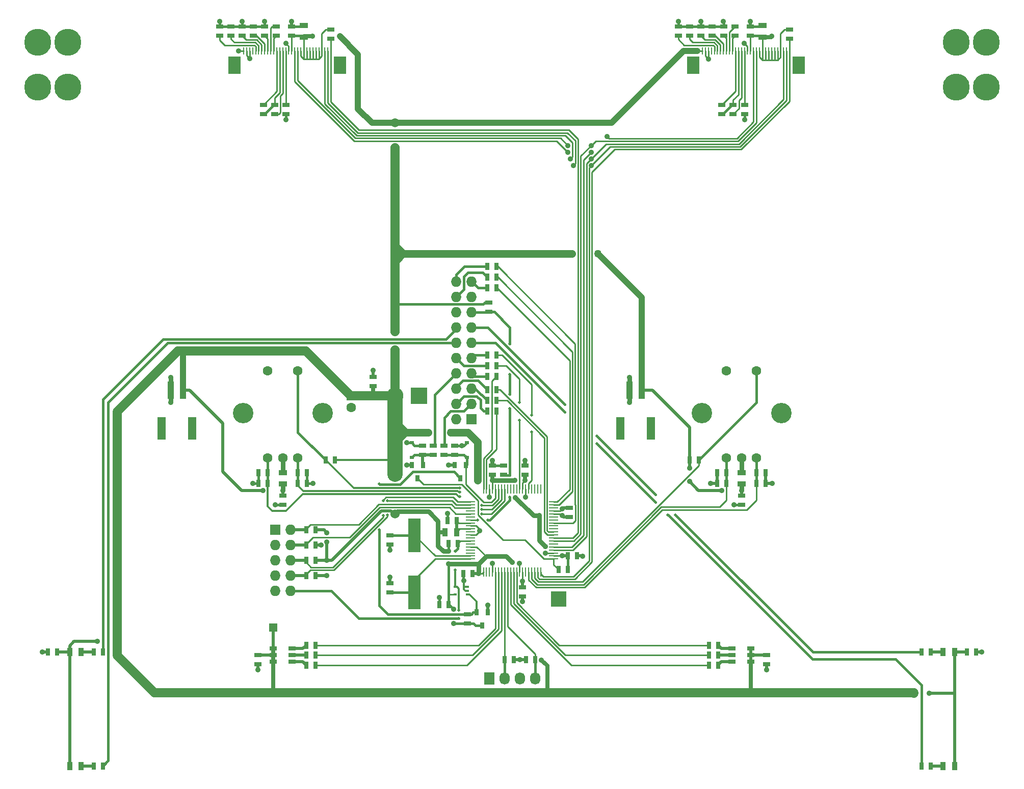
<source format=gtl>
%FSLAX34Y34*%
G04 Gerber Fmt 3.4, Leading zero omitted, Abs format*
G04 (created by PCBNEW (2014-03-19 BZR 4756)-product) date Ter 03 Jun 2014 10:46:04 BRT*
%MOIN*%
G01*
G70*
G90*
G04 APERTURE LIST*
%ADD10C,0.005906*%
%ADD11R,0.011417X0.049213*%
%ADD12R,0.078740X0.118110*%
%ADD13R,0.025000X0.045000*%
%ADD14R,0.062992X0.062992*%
%ADD15C,0.062992*%
%ADD16R,0.045000X0.025000*%
%ADD17R,0.027000X0.022000*%
%ADD18C,0.133858*%
%ADD19R,0.055000X0.035000*%
%ADD20R,0.035000X0.055000*%
%ADD21R,0.051181X0.027559*%
%ADD22R,0.068000X0.068000*%
%ADD23O,0.068000X0.068000*%
%ADD24R,0.110000X0.110000*%
%ADD25C,0.110000*%
%ADD26R,0.039370X0.112205*%
%ADD27R,0.055118X0.149606*%
%ADD28R,0.068000X0.080000*%
%ADD29O,0.068000X0.080000*%
%ADD30R,0.031500X0.039400*%
%ADD31R,0.059055X0.011024*%
%ADD32R,0.011024X0.059055*%
%ADD33R,0.020000X0.012000*%
%ADD34R,0.083000X0.220000*%
%ADD35R,0.098425X0.098425*%
%ADD36R,0.055118X0.055118*%
%ADD37C,0.177165*%
%ADD38C,0.060000*%
%ADD39C,0.050000*%
%ADD40C,0.035000*%
%ADD41C,0.100000*%
%ADD42C,0.020000*%
%ADD43C,0.025000*%
%ADD44C,0.015000*%
%ADD45C,0.030000*%
%ADD46C,0.050000*%
%ADD47C,0.060000*%
%ADD48C,0.020000*%
%ADD49C,0.040000*%
%ADD50C,0.010000*%
%ADD51C,0.100000*%
%ADD52C,0.012000*%
G04 APERTURE END LIST*
G54D10*
G54D11*
X50669Y-2165D03*
X50472Y-2165D03*
X50275Y-2165D03*
X50078Y-2165D03*
X49881Y-2165D03*
X49685Y-2165D03*
X49488Y-2165D03*
X49291Y-2165D03*
X49094Y-2165D03*
X48897Y-2165D03*
X48700Y-2165D03*
X48503Y-2165D03*
X48307Y-2165D03*
X48110Y-2165D03*
X47913Y-2165D03*
X47716Y-2165D03*
X47519Y-2165D03*
X47322Y-2165D03*
X47125Y-2165D03*
X46929Y-2165D03*
X46732Y-2165D03*
X46535Y-2165D03*
X46338Y-2165D03*
X46141Y-2165D03*
X45944Y-2165D03*
X45748Y-2165D03*
X45551Y-2165D03*
X45354Y-2165D03*
X45157Y-2165D03*
X44960Y-2165D03*
G54D12*
X51275Y-3080D03*
X44354Y-3080D03*
G54D11*
X20669Y-2165D03*
X20472Y-2165D03*
X20275Y-2165D03*
X20078Y-2165D03*
X19881Y-2165D03*
X19685Y-2165D03*
X19488Y-2165D03*
X19291Y-2165D03*
X19094Y-2165D03*
X18897Y-2165D03*
X18700Y-2165D03*
X18503Y-2165D03*
X18307Y-2165D03*
X18110Y-2165D03*
X17913Y-2165D03*
X17716Y-2165D03*
X17519Y-2165D03*
X17322Y-2165D03*
X17125Y-2165D03*
X16929Y-2165D03*
X16732Y-2165D03*
X16535Y-2165D03*
X16338Y-2165D03*
X16141Y-2165D03*
X15944Y-2165D03*
X15748Y-2165D03*
X15551Y-2165D03*
X15354Y-2165D03*
X15157Y-2165D03*
X14960Y-2165D03*
G54D12*
X21275Y-3080D03*
X14354Y-3080D03*
G54D13*
X62278Y-41507D03*
X62878Y-41507D03*
X2760Y-41507D03*
X2160Y-41507D03*
G54D14*
X21988Y-24714D03*
G54D15*
X21988Y-25501D03*
G54D16*
X13397Y-1166D03*
X13397Y-566D03*
X14133Y-1166D03*
X14133Y-566D03*
X14870Y-1166D03*
X14870Y-566D03*
X15606Y-1166D03*
X15606Y-566D03*
X16342Y-1166D03*
X16342Y-566D03*
X17720Y-5680D03*
X17720Y-6280D03*
X18110Y-1166D03*
X18110Y-566D03*
X17098Y-1166D03*
X17098Y-566D03*
X16248Y-6280D03*
X16248Y-5680D03*
X16984Y-5680D03*
X16984Y-6280D03*
X15885Y-41688D03*
X15885Y-42288D03*
X43395Y-1166D03*
X43395Y-566D03*
X44133Y-1166D03*
X44133Y-566D03*
X44872Y-1166D03*
X44872Y-566D03*
X45610Y-1166D03*
X45610Y-566D03*
X46348Y-1166D03*
X46348Y-566D03*
X47716Y-5680D03*
X47716Y-6280D03*
X48110Y-1166D03*
X48110Y-566D03*
X47096Y-1166D03*
X47096Y-566D03*
X46240Y-6284D03*
X46240Y-5684D03*
X46978Y-5684D03*
X46978Y-6284D03*
X49153Y-41688D03*
X49153Y-42288D03*
X17519Y-31264D03*
X17519Y-31864D03*
G54D13*
X18509Y-29744D03*
X19109Y-29744D03*
X16540Y-29744D03*
X15940Y-29744D03*
G54D16*
X47519Y-31264D03*
X47519Y-31864D03*
G54D13*
X48509Y-29763D03*
X49109Y-29763D03*
X46530Y-29744D03*
X45930Y-29744D03*
G54D16*
X24537Y-33853D03*
X24537Y-34453D03*
X24537Y-37583D03*
X24537Y-36983D03*
G54D13*
X28347Y-38385D03*
X27747Y-38385D03*
X29945Y-36348D03*
X29345Y-36348D03*
X36156Y-35206D03*
X36756Y-35206D03*
G54D16*
X36250Y-32652D03*
X36250Y-32052D03*
X31240Y-29906D03*
X31240Y-29306D03*
X31976Y-29906D03*
X31976Y-29306D03*
G54D13*
X28892Y-32893D03*
X28292Y-32893D03*
G54D16*
X33375Y-29906D03*
X33375Y-29306D03*
X33208Y-37249D03*
X33208Y-37849D03*
G54D17*
X29547Y-28763D03*
X29547Y-27803D03*
X25954Y-28757D03*
X25954Y-27797D03*
G54D15*
X18503Y-28807D03*
X18503Y-23098D03*
X16535Y-28807D03*
X16535Y-23098D03*
X17519Y-28807D03*
G54D18*
X20118Y-25854D03*
X14921Y-25854D03*
G54D15*
X48503Y-28807D03*
X48503Y-23098D03*
X46535Y-28807D03*
X46535Y-23098D03*
X47519Y-28807D03*
G54D18*
X50118Y-25854D03*
X44921Y-25854D03*
G54D19*
X17519Y-30493D03*
X17519Y-29743D03*
X47519Y-30493D03*
X47519Y-29743D03*
G54D20*
X28138Y-33641D03*
X28888Y-33641D03*
G54D21*
X18129Y-42122D03*
X18129Y-41688D03*
X18129Y-41255D03*
X16909Y-41255D03*
X16909Y-41688D03*
X16909Y-42122D03*
X46909Y-41255D03*
X46909Y-41688D03*
X46909Y-42122D03*
X48129Y-42122D03*
X48129Y-41688D03*
X48129Y-41255D03*
G54D22*
X29870Y-26242D03*
G54D23*
X28870Y-26242D03*
X29870Y-25242D03*
X28870Y-25242D03*
X29870Y-24242D03*
X28870Y-24242D03*
X29870Y-23242D03*
X28870Y-23242D03*
X29870Y-22242D03*
X28870Y-22242D03*
X29870Y-21242D03*
X28870Y-21242D03*
X29870Y-20242D03*
X28870Y-20242D03*
X29870Y-19242D03*
X28870Y-19242D03*
X29870Y-18242D03*
X28870Y-18242D03*
X29870Y-17242D03*
X28870Y-17242D03*
G54D24*
X26417Y-24724D03*
G54D25*
X24858Y-24724D03*
G54D26*
X10984Y-24348D03*
X10196Y-24348D03*
G54D27*
X11594Y-26858D03*
X9586Y-26858D03*
G54D26*
X40984Y-24348D03*
X40196Y-24348D03*
G54D27*
X41594Y-26858D03*
X39586Y-26858D03*
G54D28*
X31019Y-43228D03*
G54D29*
X32019Y-43228D03*
X33019Y-43228D03*
X34019Y-43228D03*
G54D22*
X17019Y-33501D03*
G54D23*
X18019Y-33501D03*
X17019Y-34501D03*
X18019Y-34501D03*
X17019Y-35501D03*
X18019Y-35501D03*
X17019Y-36501D03*
X18019Y-36501D03*
X17019Y-37501D03*
X18019Y-37501D03*
G54D30*
X29137Y-30127D03*
X28762Y-29261D03*
X29512Y-29261D03*
X26330Y-30129D03*
X25955Y-29263D03*
X26705Y-29263D03*
G54D16*
X28769Y-27977D03*
X28769Y-28577D03*
X28070Y-27977D03*
X28070Y-28577D03*
X26673Y-27977D03*
X26673Y-28577D03*
X27372Y-27977D03*
X27372Y-28577D03*
G54D13*
X5152Y-41507D03*
X5752Y-41507D03*
X5152Y-48952D03*
X5752Y-48952D03*
X59886Y-41507D03*
X59286Y-41507D03*
X59886Y-48952D03*
X59286Y-48952D03*
G54D16*
X20667Y-750D03*
X20667Y-1350D03*
G54D13*
X19050Y-41043D03*
X19650Y-41043D03*
X19050Y-41692D03*
X19650Y-41692D03*
X19050Y-42342D03*
X19650Y-42342D03*
G54D16*
X50669Y-750D03*
X50669Y-1350D03*
G54D13*
X45988Y-41043D03*
X45388Y-41043D03*
X45988Y-41692D03*
X45388Y-41692D03*
X45988Y-42342D03*
X45388Y-42342D03*
X18509Y-30452D03*
X19109Y-30452D03*
X20920Y-28927D03*
X20320Y-28927D03*
X16540Y-30462D03*
X15940Y-30462D03*
X32622Y-42007D03*
X32022Y-42007D03*
X33420Y-42007D03*
X34020Y-42007D03*
X48509Y-30462D03*
X49109Y-30462D03*
X44117Y-28929D03*
X44717Y-28929D03*
X46530Y-30462D03*
X45930Y-30462D03*
X28361Y-34389D03*
X28961Y-34389D03*
G54D16*
X29606Y-39620D03*
X29606Y-39020D03*
G54D13*
X36156Y-36102D03*
X35556Y-36102D03*
G54D16*
X31011Y-18640D03*
X31011Y-19240D03*
G54D13*
X19660Y-34507D03*
X19060Y-34507D03*
X19660Y-33503D03*
X19060Y-33503D03*
X19660Y-35501D03*
X19060Y-35501D03*
X19660Y-36505D03*
X19060Y-36505D03*
G54D31*
X29803Y-31663D03*
X29803Y-31860D03*
X29803Y-32057D03*
X29803Y-32253D03*
X29803Y-32450D03*
X29803Y-32647D03*
X29803Y-32844D03*
X29803Y-33041D03*
X29803Y-33238D03*
X29803Y-33435D03*
X29803Y-33631D03*
X29803Y-33828D03*
X29803Y-34025D03*
X29803Y-34222D03*
X29803Y-34419D03*
X29803Y-34616D03*
X29803Y-34812D03*
X29803Y-35009D03*
X29803Y-35206D03*
X29803Y-35403D03*
G54D32*
X30649Y-36250D03*
X30846Y-36250D03*
X31043Y-36250D03*
X31240Y-36250D03*
X31437Y-36250D03*
X31633Y-36250D03*
X31830Y-36250D03*
X32027Y-36250D03*
X32224Y-36250D03*
X32421Y-36250D03*
X32618Y-36250D03*
X32814Y-36250D03*
X33011Y-36250D03*
X33208Y-36250D03*
X33405Y-36250D03*
X33602Y-36250D03*
X33799Y-36250D03*
X33996Y-36250D03*
X34192Y-36250D03*
X34389Y-36250D03*
G54D31*
X35236Y-35403D03*
X35236Y-35206D03*
X35236Y-35009D03*
X35236Y-34812D03*
X35236Y-34616D03*
X35236Y-34419D03*
X35236Y-34222D03*
X35236Y-34025D03*
X35236Y-33828D03*
X35236Y-33631D03*
X35236Y-33435D03*
X35236Y-33238D03*
X35236Y-33041D03*
X35236Y-32844D03*
X35236Y-32647D03*
X35236Y-32450D03*
X35236Y-32253D03*
X35236Y-32057D03*
X35236Y-31860D03*
X35236Y-31663D03*
G54D32*
X34389Y-30816D03*
X34192Y-30816D03*
X33996Y-30816D03*
X33799Y-30816D03*
X33602Y-30816D03*
X33405Y-30816D03*
X33208Y-30816D03*
X33011Y-30816D03*
X32814Y-30816D03*
X32618Y-30816D03*
X32421Y-30816D03*
X32224Y-30816D03*
X32027Y-30816D03*
X31830Y-30816D03*
X31633Y-30816D03*
X31437Y-30816D03*
X31240Y-30816D03*
X31043Y-30816D03*
X30846Y-30816D03*
X30649Y-30816D03*
G54D30*
X30561Y-39753D03*
X30186Y-38887D03*
X30936Y-38887D03*
G54D33*
X29602Y-37740D03*
X29602Y-37240D03*
X28802Y-37740D03*
X29602Y-37490D03*
X28802Y-37240D03*
G54D34*
X26137Y-37590D03*
X26137Y-33850D03*
G54D20*
X3581Y-41507D03*
X4331Y-41507D03*
X3581Y-48952D03*
X4331Y-48952D03*
X61457Y-41507D03*
X60707Y-41507D03*
X61457Y-48952D03*
X60707Y-48952D03*
G54D16*
X23435Y-23479D03*
X23435Y-24079D03*
G54D13*
X31510Y-22047D03*
X30910Y-22047D03*
X31510Y-22746D03*
X30910Y-22746D03*
X31510Y-24340D03*
X30910Y-24340D03*
X31510Y-25039D03*
X30910Y-25039D03*
X31510Y-25738D03*
X30910Y-25738D03*
X31510Y-23444D03*
X30910Y-23444D03*
X31510Y-16968D03*
X30910Y-16968D03*
X31510Y-17667D03*
X30910Y-17667D03*
X31510Y-16269D03*
X30910Y-16269D03*
G54D35*
X35551Y-38031D03*
G54D36*
X16901Y-39889D03*
G54D19*
X18897Y-1241D03*
X18897Y-491D03*
X48897Y-1241D03*
X48897Y-491D03*
G54D37*
X3480Y-4527D03*
X3480Y-1574D03*
X1511Y-4527D03*
X1511Y-1574D03*
X63527Y-4527D03*
X63527Y-1574D03*
X61559Y-4527D03*
X61559Y-1574D03*
G54D38*
X24858Y-21720D03*
X24858Y-20535D03*
G54D39*
X38133Y-15440D03*
X36437Y-15440D03*
G54D40*
X16220Y-30913D03*
X17519Y-30915D03*
X21252Y-1192D03*
G54D38*
X24858Y-6870D03*
X24858Y-8492D03*
G54D40*
X28696Y-39614D03*
X28692Y-38685D03*
G54D39*
X27023Y-27133D03*
X30248Y-30263D03*
G54D40*
X31240Y-30265D03*
G54D39*
X28511Y-27133D03*
G54D40*
X44645Y-2165D03*
X49508Y-1192D03*
G54D38*
X24852Y-32460D03*
G54D41*
X24852Y-29862D03*
G54D40*
X19474Y-1192D03*
X14645Y-2165D03*
X44118Y-29464D03*
X44118Y-30338D03*
X46220Y-30917D03*
X47519Y-30915D03*
X28356Y-35718D03*
X28356Y-34891D03*
X33208Y-36870D03*
X32539Y-35629D03*
X30334Y-36348D03*
X32696Y-30255D03*
X33375Y-30255D03*
X20403Y-35501D03*
X20403Y-36505D03*
X59807Y-44177D03*
X58795Y-44177D03*
X34444Y-42035D03*
X33021Y-42007D03*
X34302Y-32570D03*
X32729Y-31374D03*
X35797Y-32568D03*
X34683Y-34579D03*
X35797Y-35206D03*
X20401Y-33682D03*
X20397Y-34306D03*
X5393Y-40807D03*
X6699Y-40808D03*
X37114Y-35208D03*
X27748Y-37933D03*
X30413Y-33553D03*
X29220Y-27980D03*
X25614Y-27799D03*
X25614Y-29267D03*
X28291Y-32440D03*
X48110Y-216D03*
X18110Y-216D03*
X13397Y-212D03*
X14870Y-212D03*
X16342Y-212D03*
X43393Y-212D03*
X44870Y-212D03*
X46346Y-216D03*
X30935Y-38425D03*
X29350Y-36830D03*
X45354Y-2677D03*
X47706Y-1653D03*
X17726Y-6663D03*
X47716Y-6663D03*
X17716Y-1653D03*
X15354Y-2669D03*
X63238Y-41505D03*
X1801Y-41505D03*
X19488Y-30452D03*
X15561Y-30462D03*
X17037Y-31860D03*
X47037Y-31870D03*
X45501Y-30462D03*
X49537Y-30462D03*
X28350Y-29261D03*
X31240Y-35688D03*
X33011Y-35688D03*
X33208Y-38198D03*
X34685Y-35009D03*
X35797Y-32135D03*
X31240Y-28956D03*
X33375Y-28956D03*
X33405Y-31368D03*
X31043Y-31368D03*
X23435Y-23051D03*
X40196Y-25167D03*
X40196Y-23533D03*
X10196Y-23523D03*
X10196Y-25167D03*
X24537Y-36604D03*
X24537Y-34832D03*
X49153Y-42667D03*
X15885Y-42667D03*
X20015Y-34507D03*
G54D42*
X29092Y-31033D03*
X30536Y-32160D03*
X30536Y-32441D03*
X29092Y-31314D03*
X32362Y-21311D03*
X32362Y-24633D03*
X30937Y-32842D03*
X30279Y-32842D03*
X32362Y-31370D03*
X32362Y-29929D03*
X32362Y-25543D03*
X32362Y-23311D03*
X30536Y-31879D03*
X29092Y-30752D03*
G54D40*
X36161Y-8799D03*
X37692Y-8795D03*
X38732Y-7755D03*
X37696Y-8354D03*
X36161Y-8346D03*
X37692Y-9228D03*
X36346Y-9228D03*
X36523Y-9661D03*
X37694Y-9662D03*
G54D42*
X43198Y-32509D03*
X41889Y-31200D03*
X38053Y-27364D03*
X35974Y-25285D03*
X42706Y-32509D03*
X41889Y-31692D03*
X38053Y-27856D03*
X35974Y-25777D03*
X24082Y-31606D03*
X24082Y-32543D03*
X24366Y-32539D03*
X24366Y-31606D03*
X29043Y-39279D03*
X29043Y-38759D03*
X28799Y-34891D03*
X28799Y-36131D03*
X23826Y-33496D03*
X23826Y-30507D03*
X33809Y-25974D03*
X33809Y-27106D03*
X33011Y-25157D03*
X33011Y-26309D03*
G54D43*
X28138Y-33641D02*
X27669Y-33641D01*
X27728Y-33633D02*
X27669Y-33633D01*
X27677Y-33633D02*
X27728Y-33633D01*
X27669Y-33641D02*
X27677Y-33633D01*
G54D44*
X28361Y-34389D02*
X28361Y-34886D01*
X28361Y-34886D02*
X28356Y-34891D01*
G54D45*
X25005Y-32307D02*
X27059Y-32307D01*
X24852Y-32460D02*
X25005Y-32307D01*
X27669Y-32917D02*
X27669Y-33633D01*
X27059Y-32307D02*
X27669Y-32917D01*
X27669Y-33633D02*
X27669Y-34543D01*
X28017Y-34891D02*
X28356Y-34891D01*
X27669Y-34543D02*
X28017Y-34891D01*
G54D44*
X30633Y-18740D02*
X24913Y-18740D01*
X30733Y-18640D02*
X30633Y-18740D01*
X31011Y-18640D02*
X30733Y-18640D01*
X24913Y-18740D02*
X24858Y-18685D01*
G54D46*
X25366Y-15440D02*
X24858Y-15948D01*
X24862Y-15984D02*
X24858Y-15984D01*
X24858Y-15980D02*
X24862Y-15984D01*
X24858Y-15948D02*
X24858Y-15980D01*
X25366Y-15440D02*
X25366Y-15389D01*
X25366Y-15389D02*
X24858Y-14881D01*
G54D47*
X24858Y-15374D02*
X24858Y-15984D01*
X24858Y-15984D02*
X24858Y-18685D01*
X24858Y-18685D02*
X24858Y-20535D01*
X24858Y-21720D02*
X24858Y-21720D01*
X24858Y-21720D02*
X24858Y-24724D01*
G54D46*
X25555Y-27133D02*
X25527Y-27133D01*
X25527Y-27133D02*
X24858Y-27803D01*
X25555Y-27133D02*
X24858Y-26437D01*
X25283Y-26858D02*
X24858Y-26858D01*
X24862Y-26437D02*
X25283Y-26858D01*
X24858Y-26437D02*
X24862Y-26437D01*
G54D48*
X24606Y-32257D02*
X23966Y-32257D01*
X24809Y-32460D02*
X24606Y-32257D01*
X24852Y-32460D02*
X24809Y-32460D01*
X20722Y-35501D02*
X20403Y-35501D01*
X23966Y-32257D02*
X20722Y-35501D01*
G54D49*
X40984Y-24348D02*
X40984Y-18291D01*
X40984Y-18291D02*
X38133Y-15440D01*
X24925Y-15440D02*
X24858Y-15374D01*
G54D46*
X36437Y-15440D02*
X25366Y-15440D01*
X25366Y-15440D02*
X25334Y-15440D01*
X25334Y-15440D02*
X24925Y-15440D01*
G54D48*
X10984Y-24348D02*
X11419Y-24348D01*
X11419Y-24348D02*
X13602Y-26531D01*
X13602Y-26531D02*
X13602Y-29688D01*
X13602Y-29688D02*
X14826Y-30913D01*
X14826Y-30913D02*
X16220Y-30913D01*
G54D49*
X24858Y-6870D02*
X39019Y-6870D01*
X43724Y-2165D02*
X44645Y-2165D01*
X39019Y-6870D02*
X43724Y-2165D01*
X24858Y-6870D02*
X23354Y-6870D01*
G54D47*
X24858Y-14881D02*
X24858Y-8492D01*
X24858Y-15374D02*
X24858Y-14881D01*
G54D49*
X22444Y-2384D02*
X21252Y-1192D01*
X22444Y-5960D02*
X22444Y-2384D01*
X23354Y-6870D02*
X22444Y-5960D01*
G54D44*
X28347Y-38385D02*
X28393Y-38385D01*
X28393Y-38385D02*
X28692Y-38685D01*
X28703Y-39620D02*
X29606Y-39620D01*
X28696Y-39614D02*
X28703Y-39620D01*
X28356Y-37661D02*
X28356Y-38376D01*
X28356Y-38376D02*
X28347Y-38385D01*
G54D50*
X28802Y-37740D02*
X28370Y-37740D01*
X28370Y-37740D02*
X28356Y-37726D01*
G54D44*
X28356Y-35718D02*
X28356Y-37661D01*
X28356Y-37661D02*
X28356Y-37726D01*
G54D46*
X27023Y-27133D02*
X25555Y-27133D01*
X25555Y-27133D02*
X25003Y-27133D01*
X30248Y-30263D02*
X30248Y-27744D01*
X29637Y-27133D02*
X28511Y-27133D01*
X30248Y-27744D02*
X29637Y-27133D01*
X25003Y-27133D02*
X24858Y-26988D01*
G54D51*
X24858Y-24724D02*
X24858Y-26858D01*
X24858Y-26858D02*
X24858Y-26988D01*
X24858Y-26988D02*
X24858Y-27803D01*
X24858Y-27803D02*
X24858Y-28992D01*
G54D43*
X48897Y-1241D02*
X49458Y-1241D01*
X49458Y-1241D02*
X49508Y-1192D01*
G54D50*
X44960Y-2165D02*
X44645Y-2165D01*
X48110Y-2165D02*
X48110Y-1166D01*
G54D45*
X28138Y-33641D02*
X28138Y-33607D01*
G54D51*
X24858Y-29856D02*
X24858Y-28992D01*
X24858Y-29856D02*
X24852Y-29862D01*
G54D50*
X20667Y-750D02*
X20339Y-750D01*
X20078Y-1010D02*
X20078Y-2165D01*
X20339Y-750D02*
X20078Y-1010D01*
X50669Y-750D02*
X50341Y-750D01*
X50078Y-1012D02*
X50078Y-2165D01*
X50341Y-750D02*
X50078Y-1012D01*
X50078Y-2165D02*
X50078Y-2549D01*
X50078Y-2549D02*
X49881Y-2746D01*
X48897Y-2165D02*
X48897Y-1241D01*
G54D43*
X19474Y-1192D02*
X18946Y-1192D01*
X18946Y-1192D02*
X18897Y-1241D01*
G54D50*
X14960Y-2165D02*
X14645Y-2165D01*
X18897Y-2165D02*
X18897Y-1241D01*
G54D44*
X48110Y-1166D02*
X48822Y-1166D01*
X48822Y-1166D02*
X48897Y-1241D01*
X18110Y-1166D02*
X18822Y-1166D01*
X18822Y-1166D02*
X18897Y-1241D01*
G54D50*
X18110Y-2165D02*
X18110Y-1166D01*
G54D48*
X46220Y-30917D02*
X44696Y-30917D01*
G54D44*
X44117Y-29463D02*
X44118Y-29464D01*
G54D48*
X44117Y-28929D02*
X44117Y-29463D01*
X44696Y-30917D02*
X44118Y-30338D01*
X44117Y-28929D02*
X44117Y-26782D01*
X41683Y-24348D02*
X40984Y-24348D01*
X44117Y-26782D02*
X41683Y-24348D01*
G54D44*
X29606Y-39620D02*
X29985Y-39620D01*
X30118Y-39753D02*
X30561Y-39753D01*
X29985Y-39620D02*
X30118Y-39753D01*
G54D43*
X16909Y-41688D02*
X16909Y-42122D01*
X16909Y-41255D02*
X16909Y-41688D01*
X16909Y-41348D02*
X16909Y-41255D01*
G54D52*
X20920Y-28927D02*
X24793Y-28927D01*
X24793Y-28927D02*
X24858Y-28992D01*
G54D50*
X49094Y-2165D02*
X49094Y-2746D01*
X49084Y-2726D02*
X49084Y-2746D01*
X49084Y-2736D02*
X49084Y-2726D01*
X49094Y-2746D02*
X49084Y-2736D01*
X49291Y-2165D02*
X49291Y-2746D01*
X49488Y-2165D02*
X49488Y-2746D01*
X49488Y-2746D02*
X49488Y-2736D01*
X49488Y-2736D02*
X49488Y-2746D01*
X49685Y-2165D02*
X49685Y-2716D01*
X49685Y-2716D02*
X49655Y-2746D01*
X49881Y-2165D02*
X49881Y-2746D01*
X48897Y-2165D02*
X48897Y-2736D01*
X48897Y-2736D02*
X48887Y-2746D01*
X48700Y-2559D02*
X48700Y-2165D01*
X48887Y-2746D02*
X48700Y-2559D01*
X49881Y-2746D02*
X49655Y-2746D01*
X49655Y-2746D02*
X49488Y-2746D01*
X49488Y-2746D02*
X49291Y-2746D01*
X49291Y-2746D02*
X49084Y-2746D01*
X49084Y-2746D02*
X48887Y-2746D01*
X20078Y-2165D02*
X20078Y-2488D01*
X20078Y-2488D02*
X19874Y-2692D01*
X19618Y-2692D02*
X19874Y-2692D01*
X19881Y-2685D02*
X19881Y-2165D01*
X19874Y-2692D02*
X19881Y-2685D01*
X19692Y-2685D02*
X19685Y-2692D01*
X18700Y-2165D02*
X18700Y-2496D01*
X18700Y-2496D02*
X18897Y-2692D01*
X18897Y-2165D02*
X18897Y-2692D01*
X19094Y-2165D02*
X19094Y-2688D01*
X19094Y-2688D02*
X19090Y-2692D01*
X19291Y-2165D02*
X19291Y-2692D01*
X19291Y-2692D02*
X19291Y-2688D01*
X19291Y-2688D02*
X19291Y-2692D01*
X19488Y-2165D02*
X19488Y-2692D01*
X19492Y-2677D02*
X19492Y-2692D01*
X19492Y-2688D02*
X19492Y-2677D01*
X19488Y-2692D02*
X19492Y-2688D01*
X19685Y-2165D02*
X19685Y-2692D01*
X19685Y-2692D02*
X19685Y-2681D01*
X19685Y-2681D02*
X19685Y-2692D01*
X18897Y-2692D02*
X19090Y-2692D01*
X19090Y-2692D02*
X19291Y-2692D01*
X19291Y-2692D02*
X19492Y-2692D01*
X19492Y-2692D02*
X19618Y-2692D01*
X19618Y-2692D02*
X19685Y-2692D01*
G54D48*
X28070Y-33709D02*
X28138Y-33641D01*
G54D45*
X28356Y-35718D02*
X30334Y-35718D01*
G54D48*
X28356Y-34394D02*
X28361Y-34389D01*
G54D50*
X29803Y-34616D02*
X30196Y-34616D01*
X30196Y-34616D02*
X30816Y-35236D01*
G54D45*
X30334Y-35718D02*
X30816Y-35236D01*
X30816Y-35236D02*
X32145Y-35236D01*
X32145Y-35236D02*
X32539Y-35629D01*
X30334Y-36348D02*
X30334Y-35718D01*
G54D50*
X31240Y-30265D02*
X31240Y-30816D01*
G54D43*
X31240Y-29906D02*
X31240Y-30265D01*
G54D45*
X32687Y-30265D02*
X31240Y-30265D01*
X32696Y-30255D02*
X32687Y-30265D01*
G54D48*
X33420Y-42007D02*
X33021Y-42007D01*
X33021Y-42007D02*
X32622Y-42007D01*
G54D45*
X17519Y-30493D02*
X17519Y-30915D01*
G54D48*
X17519Y-30915D02*
X17519Y-31264D01*
X47519Y-31264D02*
X47519Y-30915D01*
G54D45*
X47519Y-30915D02*
X47519Y-30493D01*
G54D44*
X36156Y-36102D02*
X36156Y-35207D01*
X36156Y-35207D02*
X36156Y-35206D01*
G54D48*
X36156Y-36101D02*
X36156Y-36102D01*
X29945Y-36348D02*
X30334Y-36348D01*
G54D50*
X30551Y-36348D02*
X30649Y-36250D01*
X30334Y-36348D02*
X30551Y-36348D01*
X33208Y-36250D02*
X33208Y-36870D01*
G54D48*
X33208Y-36870D02*
X33208Y-37249D01*
G54D50*
X35236Y-35206D02*
X35797Y-35206D01*
G54D48*
X35797Y-35206D02*
X36156Y-35206D01*
X36250Y-32652D02*
X35880Y-32652D01*
X35880Y-32652D02*
X35797Y-32568D01*
G54D50*
X35679Y-32450D02*
X35797Y-32568D01*
X35679Y-32450D02*
X35236Y-32450D01*
G54D43*
X33375Y-29906D02*
X33375Y-30255D01*
G54D50*
X33208Y-30423D02*
X33375Y-30255D01*
X33208Y-30423D02*
X33208Y-30816D01*
G54D43*
X23435Y-24079D02*
X23435Y-24694D01*
G54D47*
X23454Y-24714D02*
X24848Y-24714D01*
X24848Y-24714D02*
X24858Y-24724D01*
G54D48*
X20403Y-35501D02*
X19660Y-35501D01*
X19660Y-36505D02*
X20403Y-36505D01*
X48129Y-41255D02*
X48129Y-41688D01*
X48129Y-41688D02*
X48129Y-42122D01*
X49152Y-41688D02*
X49153Y-41688D01*
X48129Y-41688D02*
X49152Y-41688D01*
X16908Y-41688D02*
X16909Y-41688D01*
X15885Y-41688D02*
X16908Y-41688D01*
X2760Y-41507D02*
X3581Y-41507D01*
X3581Y-41507D02*
X3581Y-48952D01*
X61457Y-41507D02*
X62278Y-41507D01*
X61457Y-44136D02*
X61457Y-48952D01*
X61457Y-41507D02*
X61457Y-44136D01*
G54D47*
X21988Y-24714D02*
X21968Y-24714D01*
X23454Y-24714D02*
X21988Y-24714D01*
G54D43*
X23435Y-24694D02*
X23454Y-24714D01*
G54D47*
X21968Y-24714D02*
X19035Y-21781D01*
X19035Y-21781D02*
X10818Y-21781D01*
G54D43*
X16909Y-44114D02*
X16909Y-44173D01*
X16909Y-44173D02*
X16909Y-44114D01*
X16909Y-42122D02*
X16909Y-44173D01*
G54D47*
X34814Y-44173D02*
X48177Y-44173D01*
X16909Y-44173D02*
X34814Y-44173D01*
X48177Y-44173D02*
X58791Y-44173D01*
X58791Y-44173D02*
X58795Y-44177D01*
G54D48*
X61417Y-44177D02*
X61457Y-44136D01*
X59807Y-44177D02*
X61417Y-44177D01*
G54D43*
X48129Y-44125D02*
X48177Y-44173D01*
X48129Y-42122D02*
X48129Y-44125D01*
X34814Y-42405D02*
X34444Y-42035D01*
X34814Y-44173D02*
X34814Y-42405D01*
G54D48*
X16909Y-39897D02*
X16901Y-39889D01*
X16909Y-41255D02*
X16909Y-39897D01*
G54D45*
X32729Y-31378D02*
X33921Y-32570D01*
X33921Y-32570D02*
X34302Y-32570D01*
X32729Y-31374D02*
X32729Y-31378D01*
X34302Y-32570D02*
X34302Y-34198D01*
X34302Y-34198D02*
X34683Y-34579D01*
G54D48*
X20222Y-33503D02*
X20401Y-33682D01*
X19660Y-33503D02*
X20222Y-33503D01*
X20403Y-34312D02*
X20397Y-34306D01*
X20403Y-35501D02*
X20403Y-34312D01*
G54D49*
X10984Y-21947D02*
X10818Y-21781D01*
X10984Y-24348D02*
X10984Y-21947D01*
G54D47*
X6699Y-25761D02*
X10679Y-21781D01*
X6699Y-40808D02*
X6699Y-25761D01*
X10679Y-21781D02*
X10818Y-21781D01*
X6699Y-41728D02*
X6699Y-40808D01*
X9144Y-44173D02*
X6699Y-41728D01*
X16909Y-44173D02*
X9144Y-44173D01*
G54D48*
X5393Y-40807D02*
X3877Y-40807D01*
X3877Y-40807D02*
X3581Y-41103D01*
X3581Y-41507D02*
X3581Y-41103D01*
X36756Y-35206D02*
X37112Y-35206D01*
X37112Y-35206D02*
X37114Y-35208D01*
G54D44*
X31976Y-29306D02*
X31240Y-29306D01*
X27747Y-38385D02*
X27747Y-37933D01*
X27747Y-37933D02*
X27748Y-37933D01*
G54D50*
X29803Y-33828D02*
X30179Y-33828D01*
X30178Y-33238D02*
X29803Y-33238D01*
X30413Y-33473D02*
X30413Y-33553D01*
X30178Y-33238D02*
X30413Y-33473D01*
X30413Y-33594D02*
X30413Y-33553D01*
X30179Y-33828D02*
X30413Y-33594D01*
G54D44*
X29220Y-27980D02*
X29370Y-27980D01*
X29217Y-27977D02*
X29220Y-27980D01*
X28769Y-27977D02*
X29217Y-27977D01*
X29370Y-27980D02*
X29547Y-27803D01*
X25954Y-27797D02*
X25615Y-27797D01*
X25615Y-27797D02*
X25614Y-27799D01*
G54D48*
X25955Y-29263D02*
X25618Y-29263D01*
X25618Y-29263D02*
X25614Y-29267D01*
G54D44*
X28292Y-32893D02*
X28292Y-32442D01*
X28292Y-32442D02*
X28291Y-32440D01*
X48110Y-566D02*
X48822Y-566D01*
X48822Y-566D02*
X48897Y-491D01*
G54D48*
X48110Y-566D02*
X48110Y-216D01*
G54D44*
X18110Y-566D02*
X18822Y-566D01*
X18822Y-566D02*
X18897Y-491D01*
G54D48*
X18110Y-566D02*
X18110Y-216D01*
G54D44*
X13397Y-566D02*
X13397Y-212D01*
X14870Y-566D02*
X14870Y-212D01*
X16342Y-566D02*
X16342Y-212D01*
X15606Y-566D02*
X16342Y-566D01*
X14870Y-566D02*
X15606Y-566D01*
X14133Y-566D02*
X14870Y-566D01*
X13397Y-566D02*
X14133Y-566D01*
X45610Y-566D02*
X46348Y-566D01*
X44872Y-566D02*
X45610Y-566D01*
X44133Y-566D02*
X44872Y-566D01*
X43395Y-566D02*
X44133Y-566D01*
X43395Y-566D02*
X43395Y-214D01*
X43395Y-214D02*
X43393Y-212D01*
X44872Y-566D02*
X44872Y-214D01*
X44872Y-214D02*
X44870Y-212D01*
X46348Y-566D02*
X46348Y-218D01*
X46348Y-218D02*
X46346Y-216D01*
G54D48*
X30936Y-38887D02*
X30936Y-38426D01*
X30936Y-38426D02*
X30935Y-38425D01*
G54D52*
X29602Y-37240D02*
X29350Y-37240D01*
X29350Y-37240D02*
X29350Y-37234D01*
X29350Y-36830D02*
X29350Y-37234D01*
X29350Y-37234D02*
X29350Y-37381D01*
G54D44*
X29345Y-36825D02*
X29350Y-36830D01*
X29345Y-36348D02*
X29345Y-36825D01*
G54D52*
X29458Y-37490D02*
X29602Y-37490D01*
X29350Y-37381D02*
X29458Y-37490D01*
G54D50*
X45157Y-2165D02*
X45157Y-2480D01*
X45354Y-2677D02*
X45354Y-2165D01*
X45157Y-2480D02*
X45354Y-2677D01*
X47913Y-2165D02*
X47913Y-1860D01*
X47913Y-1860D02*
X47706Y-1653D01*
G54D44*
X17720Y-6280D02*
X17720Y-6657D01*
X17720Y-6657D02*
X17726Y-6663D01*
X47716Y-6280D02*
X47716Y-6663D01*
G54D50*
X17913Y-2165D02*
X17913Y-1850D01*
X17913Y-1850D02*
X17716Y-1653D01*
X15157Y-2165D02*
X15157Y-2472D01*
X15354Y-2669D02*
X15354Y-2165D01*
X15157Y-2472D02*
X15354Y-2669D01*
G54D48*
X62878Y-41507D02*
X63236Y-41507D01*
X63236Y-41507D02*
X63238Y-41505D01*
X2160Y-41507D02*
X1803Y-41507D01*
X1803Y-41507D02*
X1801Y-41505D01*
G54D44*
X19109Y-30452D02*
X19488Y-30452D01*
X19109Y-29744D02*
X19109Y-30452D01*
X15940Y-30462D02*
X15561Y-30462D01*
X15940Y-29744D02*
X15940Y-30462D01*
X17519Y-31864D02*
X17042Y-31864D01*
X17042Y-31864D02*
X17037Y-31860D01*
X47519Y-31864D02*
X47042Y-31864D01*
X47042Y-31864D02*
X47037Y-31870D01*
G54D48*
X45930Y-30462D02*
X45501Y-30462D01*
X49109Y-30462D02*
X49537Y-30462D01*
X49109Y-29763D02*
X49109Y-30462D01*
X45930Y-29744D02*
X45930Y-30462D01*
X28762Y-29261D02*
X28350Y-29261D01*
X28350Y-29261D02*
X28350Y-29261D01*
G54D50*
X31240Y-36250D02*
X31240Y-35688D01*
X33011Y-36250D02*
X33011Y-35688D01*
G54D48*
X33208Y-37849D02*
X33208Y-38198D01*
G54D50*
X35236Y-35009D02*
X34685Y-35009D01*
G54D48*
X36250Y-32052D02*
X35880Y-32052D01*
G54D50*
X35679Y-32253D02*
X35797Y-32135D01*
X35679Y-32253D02*
X35236Y-32253D01*
G54D48*
X35880Y-32052D02*
X35797Y-32135D01*
G54D43*
X31240Y-29306D02*
X31240Y-28956D01*
X33375Y-29306D02*
X33375Y-28956D01*
G54D50*
X33405Y-30816D02*
X33405Y-31368D01*
X31043Y-30816D02*
X31043Y-31368D01*
G54D44*
X26673Y-27977D02*
X26134Y-27977D01*
X26134Y-27977D02*
X25954Y-27797D01*
G54D48*
X23435Y-23479D02*
X23435Y-23051D01*
G54D45*
X40196Y-24348D02*
X40196Y-25167D01*
X40196Y-24348D02*
X40196Y-23533D01*
X10196Y-24348D02*
X10196Y-23523D01*
X10196Y-24348D02*
X10196Y-25167D01*
G54D48*
X24537Y-36983D02*
X24537Y-36604D01*
X24537Y-34453D02*
X24537Y-34832D01*
X49153Y-42288D02*
X49153Y-42667D01*
X15885Y-42288D02*
X15885Y-42667D01*
X19660Y-34507D02*
X20015Y-34507D01*
G54D50*
X15748Y-2165D02*
X15748Y-1870D01*
X13397Y-1456D02*
X13397Y-1166D01*
X13728Y-1787D02*
X13397Y-1456D01*
X15665Y-1787D02*
X13728Y-1787D01*
X15748Y-1870D02*
X15665Y-1787D01*
X15944Y-2165D02*
X15944Y-1812D01*
X14133Y-1374D02*
X14133Y-1166D01*
X14367Y-1607D02*
X14133Y-1374D01*
X15739Y-1607D02*
X14367Y-1607D01*
X15944Y-1812D02*
X15739Y-1607D01*
X16141Y-2165D02*
X16141Y-1754D01*
X15131Y-1427D02*
X14870Y-1166D01*
X15814Y-1427D02*
X15131Y-1427D01*
X16141Y-1754D02*
X15814Y-1427D01*
X16338Y-2165D02*
X16338Y-1696D01*
X16338Y-1696D02*
X15807Y-1166D01*
X15807Y-1166D02*
X15606Y-1166D01*
X16535Y-2165D02*
X16535Y-1359D01*
X16535Y-1359D02*
X16342Y-1166D01*
X17716Y-2165D02*
X17716Y-5676D01*
X17716Y-5676D02*
X17720Y-5680D01*
X16929Y-2165D02*
X16929Y-1335D01*
X16929Y-1335D02*
X17098Y-1166D01*
X16732Y-2165D02*
X16732Y-661D01*
X16732Y-661D02*
X16827Y-566D01*
X16827Y-566D02*
X17098Y-566D01*
G54D44*
X16248Y-6280D02*
X16318Y-6280D01*
X16318Y-6280D02*
X16918Y-5680D01*
X16918Y-5680D02*
X16984Y-5680D01*
G54D50*
X17322Y-2165D02*
X17322Y-4875D01*
X16984Y-5213D02*
X16984Y-5680D01*
X17322Y-4875D02*
X16984Y-5213D01*
X17125Y-2165D02*
X17125Y-4802D01*
X17125Y-4802D02*
X16248Y-5680D01*
X17519Y-2165D02*
X17519Y-4933D01*
X17255Y-6280D02*
X16984Y-6280D01*
X17350Y-6185D02*
X17255Y-6280D01*
X17350Y-5102D02*
X17350Y-6185D01*
X17519Y-4933D02*
X17350Y-5102D01*
X45748Y-2165D02*
X45748Y-1870D01*
X43395Y-1397D02*
X43395Y-1166D01*
X43779Y-1781D02*
X43395Y-1397D01*
X45659Y-1781D02*
X43779Y-1781D01*
X45748Y-1870D02*
X45659Y-1781D01*
X45944Y-2165D02*
X45944Y-1812D01*
X44133Y-1397D02*
X44133Y-1166D01*
X44337Y-1601D02*
X44133Y-1397D01*
X45734Y-1601D02*
X44337Y-1601D01*
X45944Y-1812D02*
X45734Y-1601D01*
X46141Y-2165D02*
X46141Y-1754D01*
X45127Y-1421D02*
X44872Y-1166D01*
X45808Y-1421D02*
X45127Y-1421D01*
X46141Y-1754D02*
X45808Y-1421D01*
X46338Y-2165D02*
X46338Y-1696D01*
X46338Y-1696D02*
X45807Y-1166D01*
X45807Y-1166D02*
X45610Y-1166D01*
X46535Y-2165D02*
X46535Y-1353D01*
X46535Y-1353D02*
X46348Y-1166D01*
X47716Y-2165D02*
X47716Y-5680D01*
X46929Y-2165D02*
X46929Y-1333D01*
X46929Y-1333D02*
X47096Y-1166D01*
X46732Y-2165D02*
X46732Y-930D01*
X46732Y-930D02*
X47096Y-566D01*
G54D44*
X46240Y-6284D02*
X46304Y-6284D01*
X46304Y-6284D02*
X46904Y-5684D01*
X46904Y-5684D02*
X46978Y-5684D01*
G54D50*
X47322Y-2165D02*
X47322Y-5009D01*
X46978Y-5354D02*
X46978Y-5684D01*
X47322Y-5009D02*
X46978Y-5354D01*
X47125Y-2165D02*
X47125Y-4798D01*
X47125Y-4798D02*
X46240Y-5684D01*
X47519Y-2165D02*
X47519Y-5226D01*
X47352Y-5910D02*
X46978Y-6284D01*
X47352Y-5393D02*
X47352Y-5910D01*
X47519Y-5226D02*
X47352Y-5393D01*
G54D44*
X18509Y-29744D02*
X18509Y-28812D01*
X18509Y-28812D02*
X18503Y-28807D01*
X18509Y-30452D02*
X18509Y-29744D01*
G54D52*
X18509Y-30452D02*
X18509Y-30606D01*
X29032Y-31033D02*
X28951Y-30951D01*
X28951Y-30951D02*
X18854Y-30951D01*
X18854Y-30951D02*
X18509Y-30606D01*
G54D50*
X31830Y-31532D02*
X31830Y-30816D01*
X31203Y-32160D02*
X30536Y-32160D01*
X31830Y-31532D02*
X31203Y-32160D01*
G54D52*
X29092Y-31033D02*
X29032Y-31033D01*
X18509Y-30452D02*
X18509Y-30566D01*
G54D44*
X18503Y-29738D02*
X18509Y-29744D01*
G54D52*
X16540Y-30462D02*
X16540Y-31973D01*
X29030Y-31314D02*
X28867Y-31151D01*
X28867Y-31151D02*
X18845Y-31151D01*
X18845Y-31151D02*
X17723Y-32273D01*
G54D50*
X32027Y-31590D02*
X31177Y-32441D01*
X31177Y-32441D02*
X30536Y-32441D01*
X32027Y-31590D02*
X32027Y-30816D01*
G54D52*
X17723Y-32273D02*
X16840Y-32273D01*
X29092Y-31314D02*
X29030Y-31314D01*
X16540Y-31973D02*
X16840Y-32273D01*
G54D44*
X16540Y-29744D02*
X16540Y-30462D01*
X16535Y-28807D02*
X16535Y-29739D01*
X16535Y-29739D02*
X16540Y-29744D01*
G54D50*
X33602Y-36250D02*
X33602Y-36777D01*
X48509Y-31559D02*
X48509Y-30462D01*
X47874Y-32194D02*
X48509Y-31559D01*
X42337Y-32194D02*
X47874Y-32194D01*
X37266Y-37265D02*
X42337Y-32194D01*
X34090Y-37265D02*
X37266Y-37265D01*
X33602Y-36777D02*
X34090Y-37265D01*
G54D44*
X48509Y-29763D02*
X48509Y-30462D01*
X48503Y-28807D02*
X48503Y-29758D01*
X48503Y-29758D02*
X48509Y-29763D01*
G54D50*
X42279Y-31998D02*
X46084Y-31998D01*
X33799Y-36719D02*
X34164Y-37085D01*
X34164Y-37085D02*
X37192Y-37085D01*
X37192Y-37085D02*
X42279Y-31998D01*
X33799Y-36250D02*
X33799Y-36719D01*
X46530Y-31552D02*
X46530Y-30462D01*
X46084Y-31998D02*
X46530Y-31552D01*
X46530Y-30575D02*
X46530Y-30462D01*
G54D44*
X46530Y-29744D02*
X46530Y-30462D01*
X46535Y-28807D02*
X46535Y-29738D01*
X46535Y-29738D02*
X46530Y-29744D01*
X24537Y-33853D02*
X26134Y-33853D01*
X26134Y-33853D02*
X26137Y-33850D01*
G54D50*
X29803Y-35206D02*
X27494Y-35206D01*
X27494Y-35206D02*
X26137Y-33850D01*
G54D44*
X24537Y-37583D02*
X26130Y-37583D01*
X26130Y-37583D02*
X26137Y-37590D01*
G54D50*
X26137Y-36748D02*
X26137Y-37590D01*
X26137Y-36775D02*
X26137Y-37590D01*
X29803Y-35403D02*
X27482Y-35403D01*
X27482Y-35403D02*
X26137Y-36748D01*
G54D44*
X32362Y-29929D02*
X31999Y-29929D01*
X31999Y-29929D02*
X31976Y-29906D01*
X32362Y-21311D02*
X32362Y-20255D01*
X32362Y-24633D02*
X32362Y-23311D01*
X32362Y-29929D02*
X32362Y-25543D01*
X32362Y-31370D02*
X32362Y-31545D01*
X30937Y-32842D02*
X31065Y-32842D01*
G54D50*
X29803Y-32844D02*
X30277Y-32844D01*
X30277Y-32844D02*
X30279Y-32842D01*
G54D44*
X31065Y-32842D02*
X32259Y-31648D01*
X32362Y-31545D02*
X32259Y-31648D01*
X31347Y-19240D02*
X31011Y-19240D01*
X32362Y-20255D02*
X31347Y-19240D01*
X29870Y-19242D02*
X31010Y-19242D01*
X31010Y-19242D02*
X31011Y-19240D01*
G54D48*
X28892Y-32893D02*
X28892Y-33637D01*
X28892Y-33637D02*
X28888Y-33641D01*
G54D50*
X29803Y-33041D02*
X29040Y-33041D01*
X29040Y-33041D02*
X28892Y-32893D01*
X29803Y-33435D02*
X29095Y-33435D01*
X29095Y-33435D02*
X28888Y-33641D01*
G54D44*
X29547Y-28763D02*
X29547Y-29227D01*
X29547Y-29227D02*
X29512Y-29261D01*
X28769Y-28577D02*
X29361Y-28577D01*
X29361Y-28577D02*
X29547Y-28763D01*
X28070Y-28577D02*
X28769Y-28577D01*
X29547Y-29227D02*
X29512Y-29261D01*
X29488Y-29237D02*
X29512Y-29261D01*
G54D50*
X29512Y-29261D02*
X29512Y-30532D01*
X31437Y-31417D02*
X31173Y-31681D01*
X31173Y-31681D02*
X30661Y-31681D01*
X30661Y-31681D02*
X29512Y-30532D01*
X31437Y-31417D02*
X31437Y-30816D01*
G54D48*
X26673Y-28577D02*
X26673Y-29231D01*
X26673Y-29231D02*
X26705Y-29263D01*
G54D44*
X26673Y-28577D02*
X26134Y-28577D01*
X26134Y-28577D02*
X25954Y-28757D01*
G54D48*
X27372Y-28577D02*
X26673Y-28577D01*
G54D52*
X22149Y-30751D02*
X29091Y-30751D01*
X20320Y-28922D02*
X22149Y-30751D01*
G54D50*
X31633Y-31475D02*
X31229Y-31879D01*
X31229Y-31879D02*
X30536Y-31879D01*
X31633Y-31475D02*
X31633Y-30816D01*
G54D52*
X29091Y-30751D02*
X29092Y-30752D01*
G54D44*
X18503Y-23098D02*
X18503Y-27111D01*
X18503Y-27111D02*
X20320Y-28927D01*
G54D52*
X20320Y-28922D02*
X20320Y-28927D01*
G54D45*
X17519Y-29743D02*
X17519Y-28807D01*
G54D50*
X34239Y-36905D02*
X37117Y-36905D01*
X33996Y-36662D02*
X34239Y-36905D01*
X33996Y-36250D02*
X33996Y-36662D01*
X44717Y-29305D02*
X44717Y-28929D01*
X37117Y-36905D02*
X44717Y-29305D01*
G54D44*
X48503Y-23098D02*
X48503Y-25142D01*
X48503Y-25142D02*
X44717Y-28929D01*
X48509Y-23093D02*
X48503Y-23098D01*
G54D45*
X47519Y-29743D02*
X47519Y-28807D01*
G54D50*
X22201Y-8051D02*
X35414Y-8051D01*
X18307Y-2165D02*
X18307Y-4157D01*
X18307Y-4157D02*
X22201Y-8051D01*
X35414Y-8051D02*
X36161Y-8799D01*
X36161Y-8799D02*
X36161Y-8779D01*
X38860Y-7883D02*
X38732Y-7755D01*
X37196Y-9291D02*
X37692Y-8795D01*
X35236Y-34616D02*
X36427Y-34616D01*
X36427Y-34616D02*
X37196Y-33846D01*
X37196Y-33846D02*
X37196Y-9291D01*
X48307Y-6791D02*
X48307Y-2165D01*
X48307Y-6791D02*
X47214Y-7883D01*
X47214Y-7883D02*
X38860Y-7883D01*
X22276Y-7871D02*
X35686Y-7871D01*
X18503Y-4099D02*
X18503Y-2165D01*
X22276Y-7871D02*
X18503Y-4099D01*
X35686Y-7871D02*
X36161Y-8346D01*
X47289Y-8063D02*
X37987Y-8063D01*
X48503Y-2165D02*
X48503Y-6849D01*
X48503Y-6849D02*
X47289Y-8063D01*
X37013Y-9037D02*
X37696Y-8354D01*
X36563Y-34222D02*
X35236Y-34222D01*
X36563Y-34222D02*
X37013Y-33772D01*
X37013Y-33772D02*
X37013Y-9037D01*
X37987Y-8063D02*
X37696Y-8354D01*
X22350Y-7691D02*
X36009Y-7691D01*
X20275Y-2165D02*
X20275Y-5616D01*
X22329Y-7670D02*
X22350Y-7691D01*
X20275Y-5616D02*
X22329Y-7670D01*
X36346Y-9225D02*
X36473Y-9098D01*
X36473Y-9098D02*
X36473Y-8155D01*
X36473Y-8155D02*
X36009Y-7691D01*
X36346Y-9228D02*
X36346Y-9225D01*
X47363Y-8243D02*
X38677Y-8243D01*
X50275Y-5331D02*
X47363Y-8243D01*
X50275Y-2165D02*
X50275Y-5331D01*
X37385Y-9535D02*
X37692Y-9228D01*
X36484Y-34812D02*
X35236Y-34812D01*
X37385Y-33912D02*
X36484Y-34812D01*
X37385Y-33912D02*
X37385Y-9535D01*
X38677Y-8243D02*
X37692Y-9228D01*
X36653Y-8022D02*
X36653Y-9531D01*
X22425Y-7511D02*
X36143Y-7511D01*
X20472Y-5559D02*
X22425Y-7511D01*
X20472Y-5559D02*
X20472Y-2165D01*
X36653Y-9531D02*
X36523Y-9661D01*
X36143Y-7511D02*
X36653Y-8022D01*
X37565Y-35525D02*
X37565Y-9791D01*
X36545Y-36545D02*
X37565Y-35525D01*
X34547Y-36545D02*
X36545Y-36545D01*
X34389Y-36387D02*
X34547Y-36545D01*
X50472Y-5389D02*
X47438Y-8423D01*
X50472Y-5389D02*
X50472Y-2165D01*
X38933Y-8423D02*
X47438Y-8423D01*
X37565Y-9791D02*
X37694Y-9662D01*
X37694Y-9662D02*
X38933Y-8423D01*
X34389Y-36250D02*
X34389Y-36387D01*
X20669Y-2165D02*
X20669Y-1352D01*
X20669Y-1352D02*
X20667Y-1350D01*
X36833Y-33697D02*
X36833Y-7928D01*
X36505Y-34025D02*
X36833Y-33697D01*
X35236Y-34025D02*
X36505Y-34025D01*
X20669Y-5501D02*
X22498Y-7330D01*
X20669Y-5501D02*
X20669Y-2165D01*
X36236Y-7330D02*
X22498Y-7330D01*
X36833Y-7928D02*
X36236Y-7330D01*
X50669Y-2165D02*
X50669Y-1350D01*
X37745Y-35599D02*
X37745Y-10082D01*
X34192Y-36604D02*
X34313Y-36725D01*
X34313Y-36725D02*
X36619Y-36725D01*
X36619Y-36725D02*
X37745Y-35599D01*
X34192Y-36250D02*
X34192Y-36604D01*
X50669Y-5447D02*
X47512Y-8603D01*
X47512Y-8603D02*
X39224Y-8603D01*
X39224Y-8603D02*
X37745Y-10082D01*
X50669Y-5447D02*
X50669Y-2165D01*
G54D48*
X18829Y-42122D02*
X19050Y-42342D01*
X18129Y-42122D02*
X18829Y-42122D01*
X19046Y-41688D02*
X19050Y-41692D01*
X18129Y-41688D02*
X19046Y-41688D01*
X18837Y-41255D02*
X19050Y-41043D01*
X18129Y-41255D02*
X18837Y-41255D01*
X46201Y-41255D02*
X45988Y-41043D01*
X46909Y-41255D02*
X46201Y-41255D01*
X46905Y-41692D02*
X46909Y-41688D01*
X45988Y-41692D02*
X46905Y-41692D01*
X46209Y-42122D02*
X45988Y-42342D01*
X46909Y-42122D02*
X46209Y-42122D01*
X4331Y-41507D02*
X5152Y-41507D01*
G54D44*
X28870Y-20242D02*
X28870Y-20350D01*
X28870Y-20350D02*
X28208Y-21012D01*
X5752Y-24955D02*
X5752Y-41507D01*
X9696Y-21012D02*
X5752Y-24955D01*
X28208Y-21012D02*
X9696Y-21012D01*
X28870Y-20242D02*
X28864Y-20242D01*
X29870Y-24242D02*
X30113Y-24242D01*
X30113Y-24242D02*
X30910Y-25039D01*
X28870Y-21242D02*
X10007Y-21242D01*
X6102Y-48603D02*
X5752Y-48952D01*
X6102Y-25147D02*
X6102Y-48603D01*
X10007Y-21242D02*
X6102Y-25147D01*
X30910Y-23444D02*
X30072Y-23444D01*
X30072Y-23444D02*
X29870Y-23242D01*
X38053Y-27364D02*
X41889Y-31200D01*
X52196Y-41507D02*
X43198Y-32509D01*
X35974Y-25285D02*
X30931Y-20242D01*
X29870Y-20242D02*
X30931Y-20242D01*
X52196Y-41507D02*
X59286Y-41507D01*
X30910Y-22047D02*
X30064Y-22047D01*
X30064Y-22047D02*
X29870Y-22242D01*
X30908Y-22045D02*
X30910Y-22047D01*
X59286Y-48902D02*
X59286Y-48952D01*
X42714Y-32509D02*
X52151Y-41946D01*
X52151Y-41946D02*
X57582Y-41946D01*
X57582Y-41946D02*
X59286Y-43650D01*
X59286Y-43650D02*
X59286Y-48952D01*
X29870Y-21242D02*
X31438Y-21242D01*
X31438Y-21242D02*
X35974Y-25777D01*
X38053Y-27856D02*
X41889Y-31692D01*
X42706Y-32509D02*
X42714Y-32509D01*
X28106Y-26145D02*
X28106Y-27942D01*
X28513Y-25738D02*
X28106Y-26145D01*
X29866Y-25242D02*
X29370Y-25738D01*
X29370Y-25738D02*
X28513Y-25738D01*
X28106Y-27942D02*
X28070Y-27977D01*
X29870Y-25242D02*
X29866Y-25242D01*
X27458Y-24647D02*
X27458Y-27890D01*
X28864Y-23242D02*
X27458Y-24647D01*
X27458Y-27890D02*
X27372Y-27977D01*
X28870Y-23242D02*
X28864Y-23242D01*
G54D50*
X31510Y-16269D02*
X31583Y-16269D01*
X36486Y-33041D02*
X35236Y-33041D01*
X36653Y-32874D02*
X36486Y-33041D01*
X36653Y-31870D02*
X36653Y-32874D01*
X36646Y-31863D02*
X36653Y-31870D01*
X36646Y-21332D02*
X36646Y-31863D01*
X31583Y-16269D02*
X36646Y-21332D01*
X32027Y-42003D02*
X32022Y-42007D01*
X32027Y-42003D02*
X32022Y-42007D01*
X32027Y-36250D02*
X32027Y-42003D01*
G54D44*
X32022Y-43225D02*
X32019Y-43228D01*
X32022Y-42007D02*
X32022Y-43225D01*
G54D50*
X32224Y-39822D02*
X34020Y-41618D01*
X34020Y-41618D02*
X34020Y-42007D01*
X32224Y-36250D02*
X32224Y-39822D01*
G54D44*
X34020Y-43227D02*
X34019Y-43228D01*
X34020Y-42007D02*
X34020Y-43227D01*
G54D50*
X28559Y-31840D02*
X23801Y-31840D01*
X29803Y-32057D02*
X28776Y-32057D01*
X28559Y-31840D02*
X28776Y-32057D01*
X19338Y-33141D02*
X19060Y-33420D01*
X22500Y-33141D02*
X19338Y-33141D01*
X23801Y-31840D02*
X22500Y-33141D01*
G54D48*
X19058Y-33501D02*
X19060Y-33503D01*
X18019Y-33501D02*
X19058Y-33501D01*
G54D50*
X19060Y-33503D02*
X19060Y-33420D01*
X28417Y-32027D02*
X23870Y-32027D01*
X28417Y-32027D02*
X28840Y-32450D01*
X29803Y-32450D02*
X28840Y-32450D01*
X19488Y-33996D02*
X19060Y-34424D01*
X21901Y-33996D02*
X19488Y-33996D01*
X23870Y-32027D02*
X21901Y-33996D01*
G54D48*
X19054Y-34501D02*
X19060Y-34507D01*
X18019Y-34501D02*
X19054Y-34501D01*
G54D50*
X19060Y-34507D02*
X19060Y-34424D01*
X19362Y-35942D02*
X20799Y-35942D01*
X29803Y-31663D02*
X28961Y-31663D01*
X24082Y-32658D02*
X24082Y-32543D01*
X24082Y-31559D02*
X24082Y-31606D01*
X24271Y-31370D02*
X24082Y-31559D01*
X28668Y-31370D02*
X24271Y-31370D01*
X28961Y-31663D02*
X28668Y-31370D01*
X19362Y-35942D02*
X19060Y-35640D01*
X20799Y-35942D02*
X24082Y-32658D01*
X19060Y-35501D02*
X19060Y-35640D01*
G54D48*
X18019Y-35501D02*
X19060Y-35501D01*
G54D50*
X18019Y-35501D02*
X18019Y-35500D01*
X19060Y-35501D02*
X19060Y-35408D01*
X24366Y-31606D02*
X28598Y-31606D01*
X20874Y-36122D02*
X24366Y-32629D01*
X24366Y-32629D02*
X24366Y-32539D01*
X19060Y-36402D02*
X19340Y-36122D01*
X19340Y-36122D02*
X20874Y-36122D01*
X28852Y-31860D02*
X29803Y-31860D01*
X28598Y-31606D02*
X28852Y-31860D01*
G54D48*
X19056Y-36501D02*
X19060Y-36505D01*
X18019Y-36501D02*
X19056Y-36501D01*
G54D50*
X19060Y-36505D02*
X19060Y-36402D01*
G54D44*
X18021Y-37503D02*
X20712Y-37503D01*
G54D52*
X29043Y-37362D02*
X28921Y-37240D01*
X28921Y-37240D02*
X28802Y-37240D01*
G54D44*
X20712Y-37503D02*
X22488Y-39279D01*
X22488Y-39279D02*
X29043Y-39279D01*
G54D52*
X29043Y-38759D02*
X29043Y-37362D01*
G54D44*
X18021Y-37503D02*
X18019Y-37501D01*
G54D52*
X28799Y-37236D02*
X28799Y-36131D01*
G54D44*
X28961Y-34729D02*
X28799Y-34891D01*
X28961Y-34729D02*
X28961Y-34389D01*
G54D52*
X28799Y-37236D02*
X28802Y-37240D01*
G54D50*
X29803Y-34222D02*
X29128Y-34222D01*
X29128Y-34222D02*
X28961Y-34389D01*
G54D44*
X23826Y-33496D02*
X23826Y-38462D01*
X25183Y-30536D02*
X23855Y-30536D01*
X25183Y-30536D02*
X26015Y-29704D01*
X26015Y-29704D02*
X28714Y-29704D01*
X29137Y-30127D02*
X28714Y-29704D01*
X23855Y-30536D02*
X23826Y-30507D01*
X24383Y-39019D02*
X29605Y-39019D01*
X23826Y-38462D02*
X24383Y-39019D01*
X29605Y-39019D02*
X29606Y-39020D01*
G54D52*
X30186Y-38887D02*
X30186Y-38187D01*
X29738Y-37740D02*
X29602Y-37740D01*
X30186Y-38187D02*
X29738Y-37740D01*
G54D44*
X29606Y-39020D02*
X29847Y-39020D01*
X29980Y-38887D02*
X30186Y-38887D01*
X29847Y-39020D02*
X29980Y-38887D01*
G54D50*
X30305Y-32539D02*
X30305Y-31596D01*
X30305Y-32539D02*
X31938Y-34173D01*
X31938Y-34173D02*
X33366Y-34173D01*
X33366Y-34173D02*
X34596Y-35403D01*
X35236Y-35403D02*
X34596Y-35403D01*
X26720Y-30519D02*
X26330Y-30129D01*
X29228Y-30519D02*
X26720Y-30519D01*
X30305Y-31596D02*
X29228Y-30519D01*
X35236Y-35403D02*
X35236Y-35782D01*
X35236Y-35782D02*
X35556Y-36102D01*
X36466Y-31003D02*
X36466Y-21850D01*
X36466Y-31003D02*
X35610Y-31860D01*
X35236Y-31860D02*
X35610Y-31860D01*
X31584Y-16968D02*
X31510Y-16968D01*
X36466Y-21850D02*
X31584Y-16968D01*
X31510Y-17667D02*
X31536Y-17667D01*
X35473Y-31663D02*
X35236Y-31663D01*
X36286Y-30850D02*
X35473Y-31663D01*
X36286Y-22417D02*
X36286Y-30850D01*
X31536Y-17667D02*
X36286Y-22417D01*
X31830Y-40092D02*
X29580Y-42342D01*
X29580Y-42342D02*
X19650Y-42342D01*
X31830Y-36250D02*
X31830Y-40092D01*
X31633Y-40004D02*
X29945Y-41692D01*
X29945Y-41692D02*
X19650Y-41692D01*
X31633Y-36250D02*
X31633Y-40004D01*
X31437Y-39947D02*
X30340Y-41043D01*
X30340Y-41043D02*
X19650Y-41043D01*
X31437Y-36250D02*
X31437Y-39947D01*
X32814Y-38257D02*
X35600Y-41043D01*
X35600Y-41043D02*
X45388Y-41043D01*
X32814Y-36250D02*
X32814Y-38257D01*
X32618Y-38318D02*
X35992Y-41692D01*
X35992Y-41692D02*
X45388Y-41692D01*
X32618Y-36250D02*
X32618Y-38318D01*
X32421Y-38375D02*
X36387Y-42342D01*
X36387Y-42342D02*
X45388Y-42342D01*
X32421Y-36250D02*
X32421Y-38375D01*
G54D48*
X4331Y-48952D02*
X5152Y-48952D01*
X59886Y-41507D02*
X60707Y-41507D01*
X60707Y-48952D02*
X59886Y-48952D01*
G54D44*
X28870Y-25242D02*
X28881Y-25242D01*
X28881Y-25242D02*
X29379Y-24744D01*
X30659Y-25738D02*
X30910Y-25738D01*
X30452Y-25531D02*
X30659Y-25738D01*
X30452Y-25000D02*
X30452Y-25531D01*
X30196Y-24744D02*
X30452Y-25000D01*
X29379Y-24744D02*
X30196Y-24744D01*
X28870Y-25242D02*
X28874Y-25242D01*
X28870Y-24242D02*
X28870Y-24171D01*
X28870Y-24171D02*
X29301Y-23740D01*
X29301Y-23740D02*
X30310Y-23740D01*
X30310Y-23740D02*
X30910Y-24340D01*
X30910Y-22746D02*
X29374Y-22746D01*
X29374Y-22746D02*
X28870Y-22242D01*
X28870Y-18242D02*
X28874Y-18242D01*
X28874Y-18242D02*
X29370Y-17746D01*
X29370Y-17746D02*
X29370Y-16919D01*
X29370Y-16919D02*
X29625Y-16663D01*
X29625Y-16663D02*
X30605Y-16663D01*
X30605Y-16663D02*
X30910Y-16968D01*
X30910Y-17667D02*
X30295Y-17667D01*
X30295Y-17667D02*
X29870Y-17242D01*
X28870Y-17242D02*
X28870Y-16799D01*
X28870Y-16799D02*
X29399Y-16269D01*
X29399Y-16269D02*
X30910Y-16269D01*
G54D50*
X33809Y-25974D02*
X33809Y-24005D01*
X33809Y-27106D02*
X33809Y-30265D01*
X33602Y-30472D02*
X33809Y-30265D01*
X33602Y-30816D02*
X33602Y-30472D01*
X31850Y-22047D02*
X31510Y-22047D01*
X33809Y-24005D02*
X31850Y-22047D01*
X33011Y-25157D02*
X33011Y-23631D01*
X33011Y-30816D02*
X33011Y-26309D01*
X32125Y-22746D02*
X31510Y-22746D01*
X33011Y-23631D02*
X32125Y-22746D01*
X35236Y-33631D02*
X34891Y-33631D01*
X31742Y-24340D02*
X31510Y-24340D01*
X34803Y-27401D02*
X31742Y-24340D01*
X34803Y-33543D02*
X34803Y-27401D01*
X34891Y-33631D02*
X34803Y-33543D01*
X35236Y-33828D02*
X34834Y-33828D01*
X32185Y-25039D02*
X31510Y-25039D01*
X34623Y-27477D02*
X32185Y-25039D01*
X34623Y-33617D02*
X34623Y-27477D01*
X34834Y-33828D02*
X34623Y-33617D01*
X31510Y-25738D02*
X31510Y-28213D01*
X30846Y-28877D02*
X30846Y-30816D01*
X31510Y-28213D02*
X30846Y-28877D01*
X30649Y-30816D02*
X30649Y-28820D01*
X31210Y-23744D02*
X31510Y-23444D01*
X31210Y-28259D02*
X31210Y-23744D01*
X30649Y-28820D02*
X31210Y-28259D01*
M02*

</source>
